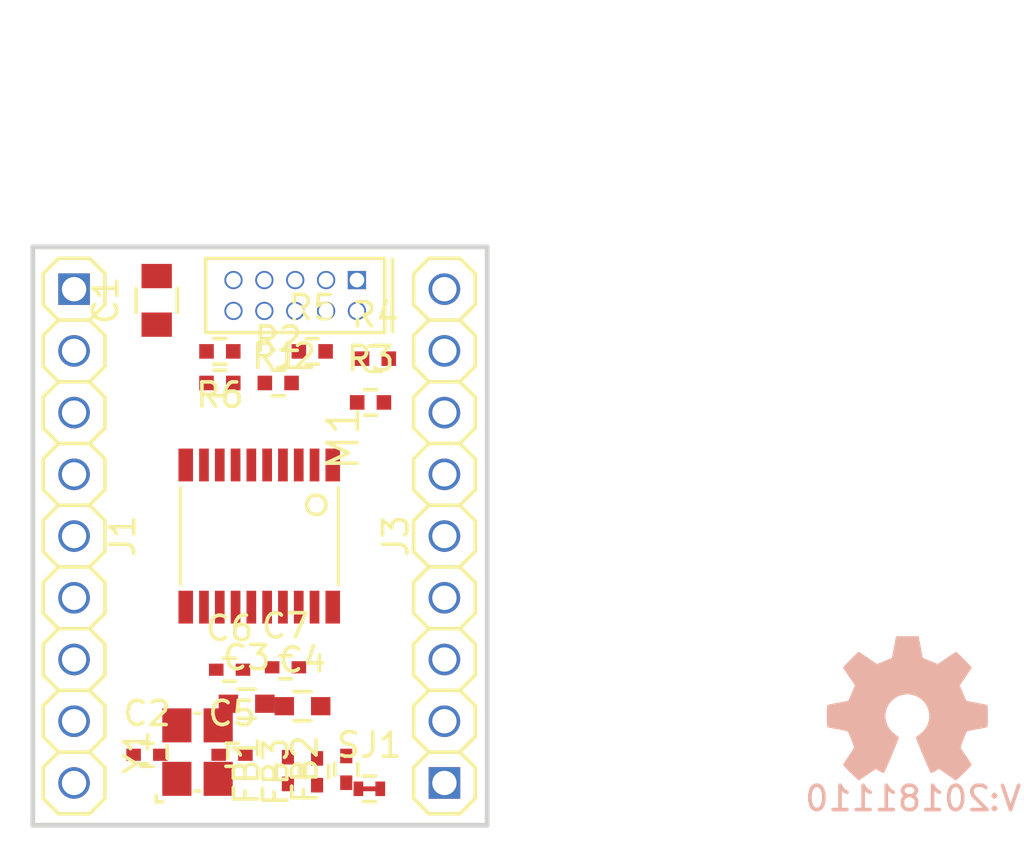
<source format=kicad_pcb>
(kicad_pcb (version 20171130) (host pcbnew 5.0.1-33cea8e~68~ubuntu18.04.1)

  (general
    (thickness 1.6)
    (drawings 5)
    (tracks 0)
    (zones 0)
    (modules 24)
    (nets 26)
  )

  (page A4)
  (layers
    (0 F.Cu signal)
    (31 B.Cu signal)
    (32 B.Adhes user)
    (33 F.Adhes user)
    (34 B.Paste user)
    (35 F.Paste user)
    (36 B.SilkS user)
    (37 F.SilkS user)
    (38 B.Mask user)
    (39 F.Mask user)
    (40 Dwgs.User user)
    (41 Cmts.User user)
    (42 Eco1.User user)
    (43 Eco2.User user)
    (44 Edge.Cuts user)
    (45 Margin user)
    (46 B.CrtYd user)
    (47 F.CrtYd user)
    (48 B.Fab user)
    (49 F.Fab user)
  )

  (setup
    (last_trace_width 0.1524)
    (user_trace_width 0.1524)
    (user_trace_width 0.2)
    (user_trace_width 0.3)
    (user_trace_width 0.4)
    (user_trace_width 0.6)
    (user_trace_width 1)
    (user_trace_width 1.5)
    (user_trace_width 2)
    (trace_clearance 0.1524)
    (zone_clearance 0.508)
    (zone_45_only no)
    (trace_min 0.1524)
    (segment_width 0.2)
    (edge_width 0.15)
    (via_size 0.381)
    (via_drill 0.254)
    (via_min_size 0.381)
    (via_min_drill 0.254)
    (user_via 0.381 0.254)
    (user_via 0.55 0.4)
    (user_via 0.75 0.6)
    (user_via 0.95 0.8)
    (user_via 1.3 1)
    (user_via 1.5 1.2)
    (user_via 1.7 1.4)
    (user_via 1.9 1.6)
    (uvia_size 0.381)
    (uvia_drill 0.254)
    (uvias_allowed no)
    (uvia_min_size 0.381)
    (uvia_min_drill 0.254)
    (pcb_text_width 0.3)
    (pcb_text_size 1.5 1.5)
    (mod_edge_width 0.15)
    (mod_text_size 1 1)
    (mod_text_width 0.15)
    (pad_size 1.524 1.524)
    (pad_drill 0.762)
    (pad_to_mask_clearance 0.2)
    (solder_mask_min_width 0.25)
    (aux_axis_origin 0 0)
    (visible_elements FFFFFF7F)
    (pcbplotparams
      (layerselection 0x00030_80000001)
      (usegerberextensions false)
      (usegerberattributes false)
      (usegerberadvancedattributes false)
      (creategerberjobfile false)
      (excludeedgelayer true)
      (linewidth 0.100000)
      (plotframeref false)
      (viasonmask false)
      (mode 1)
      (useauxorigin false)
      (hpglpennumber 1)
      (hpglpenspeed 20)
      (hpglpendiameter 15.000000)
      (psnegative false)
      (psa4output false)
      (plotreference true)
      (plotvalue true)
      (plotinvisibletext false)
      (padsonsilk false)
      (subtractmaskfromsilk false)
      (outputformat 1)
      (mirror false)
      (drillshape 1)
      (scaleselection 1)
      (outputdirectory ""))
  )

  (net 0 "")
  (net 1 VSS)
  (net 2 VDD)
  (net 3 /PIO0_9)
  (net 4 "Net-(C3-Pad1)")
  (net 5 "Net-(C4-Pad2)")
  (net 6 "Net-(C4-Pad1)")
  (net 7 /PIO0_8)
  (net 8 "Net-(FB1-Pad2)")
  (net 9 /PIO0_4)
  (net 10 /PIO0_3)
  (net 11 /PIO0_2)
  (net 12 /PIO0_11)
  (net 13 /PIO0_10)
  (net 14 /PIO0_15)
  (net 15 /PIO0_1)
  (net 16 "Net-(J2-Pad2)")
  (net 17 "Net-(J2-Pad4)")
  (net 18 "Net-(J2-Pad10)")
  (net 19 /RESET)
  (net 20 /PIO0_12)
  (net 21 /PIO0_13)
  (net 22 /PIO0_17)
  (net 23 /PIO0_23)
  (net 24 /PIO0_14)
  (net 25 /PIO0_0)

  (net_class Default "This is the default net class."
    (clearance 0.1524)
    (trace_width 0.1524)
    (via_dia 0.381)
    (via_drill 0.254)
    (uvia_dia 0.381)
    (uvia_drill 0.254)
    (add_net /PIO0_0)
    (add_net /PIO0_1)
    (add_net /PIO0_10)
    (add_net /PIO0_11)
    (add_net /PIO0_12)
    (add_net /PIO0_13)
    (add_net /PIO0_14)
    (add_net /PIO0_15)
    (add_net /PIO0_17)
    (add_net /PIO0_2)
    (add_net /PIO0_23)
    (add_net /PIO0_3)
    (add_net /PIO0_4)
    (add_net /PIO0_8)
    (add_net /PIO0_9)
    (add_net /RESET)
    (add_net "Net-(C3-Pad1)")
    (add_net "Net-(C4-Pad1)")
    (add_net "Net-(C4-Pad2)")
    (add_net "Net-(FB1-Pad2)")
    (add_net "Net-(J2-Pad10)")
    (add_net "Net-(J2-Pad2)")
    (add_net "Net-(J2-Pad4)")
    (add_net VDD)
    (add_net VSS)
  )

  (module Symbols:OSHW-Symbol_6.7x6mm_SilkScreen (layer B.Cu) (tedit 0) (tstamp 5A135134)
    (at 161.3 108.7 180)
    (descr "Open Source Hardware Symbol")
    (tags "Logo Symbol OSHW")
    (path /5BDF5DC8)
    (attr virtual)
    (fp_text reference N1 (at 0 0 180) (layer B.SilkS) hide
      (effects (font (size 1 1) (thickness 0.15)) (justify mirror))
    )
    (fp_text value OHWLOGO (at 0.75 0 180) (layer B.Fab) hide
      (effects (font (size 1 1) (thickness 0.15)) (justify mirror))
    )
    (fp_poly (pts (xy 0.555814 2.531069) (xy 0.639635 2.086445) (xy 0.94892 1.958947) (xy 1.258206 1.831449)
      (xy 1.629246 2.083754) (xy 1.733157 2.154004) (xy 1.827087 2.216728) (xy 1.906652 2.269062)
      (xy 1.96747 2.308143) (xy 2.005157 2.331107) (xy 2.015421 2.336058) (xy 2.03391 2.323324)
      (xy 2.07342 2.288118) (xy 2.129522 2.234938) (xy 2.197787 2.168282) (xy 2.273786 2.092646)
      (xy 2.353092 2.012528) (xy 2.431275 1.932426) (xy 2.503907 1.856836) (xy 2.566559 1.790255)
      (xy 2.614803 1.737182) (xy 2.64421 1.702113) (xy 2.651241 1.690377) (xy 2.641123 1.66874)
      (xy 2.612759 1.621338) (xy 2.569129 1.552807) (xy 2.513218 1.467785) (xy 2.448006 1.370907)
      (xy 2.410219 1.31565) (xy 2.341343 1.214752) (xy 2.28014 1.123701) (xy 2.229578 1.04703)
      (xy 2.192628 0.989272) (xy 2.172258 0.954957) (xy 2.169197 0.947746) (xy 2.176136 0.927252)
      (xy 2.195051 0.879487) (xy 2.223087 0.811168) (xy 2.257391 0.729011) (xy 2.295109 0.63973)
      (xy 2.333387 0.550042) (xy 2.36937 0.466662) (xy 2.400206 0.396306) (xy 2.423039 0.34569)
      (xy 2.435017 0.321529) (xy 2.435724 0.320578) (xy 2.454531 0.315964) (xy 2.504618 0.305672)
      (xy 2.580793 0.290713) (xy 2.677865 0.272099) (xy 2.790643 0.250841) (xy 2.856442 0.238582)
      (xy 2.97695 0.215638) (xy 3.085797 0.193805) (xy 3.177476 0.174278) (xy 3.246481 0.158252)
      (xy 3.287304 0.146921) (xy 3.295511 0.143326) (xy 3.303548 0.118994) (xy 3.310033 0.064041)
      (xy 3.31497 -0.015108) (xy 3.318364 -0.112026) (xy 3.320218 -0.220287) (xy 3.320538 -0.333465)
      (xy 3.319327 -0.445135) (xy 3.31659 -0.548868) (xy 3.312331 -0.638241) (xy 3.306555 -0.706826)
      (xy 3.299267 -0.748197) (xy 3.294895 -0.75681) (xy 3.268764 -0.767133) (xy 3.213393 -0.781892)
      (xy 3.136107 -0.799352) (xy 3.04423 -0.81778) (xy 3.012158 -0.823741) (xy 2.857524 -0.852066)
      (xy 2.735375 -0.874876) (xy 2.641673 -0.89308) (xy 2.572384 -0.907583) (xy 2.523471 -0.919292)
      (xy 2.490897 -0.929115) (xy 2.470628 -0.937956) (xy 2.458626 -0.946724) (xy 2.456947 -0.948457)
      (xy 2.440184 -0.976371) (xy 2.414614 -1.030695) (xy 2.382788 -1.104777) (xy 2.34726 -1.191965)
      (xy 2.310583 -1.285608) (xy 2.275311 -1.379052) (xy 2.243996 -1.465647) (xy 2.219193 -1.53874)
      (xy 2.203454 -1.591678) (xy 2.199332 -1.617811) (xy 2.199676 -1.618726) (xy 2.213641 -1.640086)
      (xy 2.245322 -1.687084) (xy 2.291391 -1.754827) (xy 2.348518 -1.838423) (xy 2.413373 -1.932982)
      (xy 2.431843 -1.959854) (xy 2.497699 -2.057275) (xy 2.55565 -2.146163) (xy 2.602538 -2.221412)
      (xy 2.635207 -2.27792) (xy 2.6505 -2.310581) (xy 2.651241 -2.314593) (xy 2.638392 -2.335684)
      (xy 2.602888 -2.377464) (xy 2.549293 -2.435445) (xy 2.482171 -2.505135) (xy 2.406087 -2.582045)
      (xy 2.325604 -2.661683) (xy 2.245287 -2.739561) (xy 2.169699 -2.811186) (xy 2.103405 -2.87207)
      (xy 2.050969 -2.917721) (xy 2.016955 -2.94365) (xy 2.007545 -2.947883) (xy 1.985643 -2.937912)
      (xy 1.9408 -2.91102) (xy 1.880321 -2.871736) (xy 1.833789 -2.840117) (xy 1.749475 -2.782098)
      (xy 1.649626 -2.713784) (xy 1.549473 -2.645579) (xy 1.495627 -2.609075) (xy 1.313371 -2.4858)
      (xy 1.160381 -2.56852) (xy 1.090682 -2.604759) (xy 1.031414 -2.632926) (xy 0.991311 -2.648991)
      (xy 0.981103 -2.651226) (xy 0.968829 -2.634722) (xy 0.944613 -2.588082) (xy 0.910263 -2.515609)
      (xy 0.867588 -2.421606) (xy 0.818394 -2.310374) (xy 0.76449 -2.186215) (xy 0.707684 -2.053432)
      (xy 0.649782 -1.916327) (xy 0.592593 -1.779202) (xy 0.537924 -1.646358) (xy 0.487584 -1.522098)
      (xy 0.44338 -1.410725) (xy 0.407119 -1.316539) (xy 0.380609 -1.243844) (xy 0.365658 -1.196941)
      (xy 0.363254 -1.180833) (xy 0.382311 -1.160286) (xy 0.424036 -1.126933) (xy 0.479706 -1.087702)
      (xy 0.484378 -1.084599) (xy 0.628264 -0.969423) (xy 0.744283 -0.835053) (xy 0.83143 -0.685784)
      (xy 0.888699 -0.525913) (xy 0.915086 -0.359737) (xy 0.909585 -0.191552) (xy 0.87119 -0.025655)
      (xy 0.798895 0.133658) (xy 0.777626 0.168513) (xy 0.666996 0.309263) (xy 0.536302 0.422286)
      (xy 0.390064 0.506997) (xy 0.232808 0.562806) (xy 0.069057 0.589126) (xy -0.096667 0.58537)
      (xy -0.259838 0.55095) (xy -0.415935 0.485277) (xy -0.560433 0.387765) (xy -0.605131 0.348187)
      (xy -0.718888 0.224297) (xy -0.801782 0.093876) (xy -0.858644 -0.052315) (xy -0.890313 -0.197088)
      (xy -0.898131 -0.35986) (xy -0.872062 -0.52344) (xy -0.814755 -0.682298) (xy -0.728856 -0.830906)
      (xy -0.617014 -0.963735) (xy -0.481877 -1.075256) (xy -0.464117 -1.087011) (xy -0.40785 -1.125508)
      (xy -0.365077 -1.158863) (xy -0.344628 -1.18016) (xy -0.344331 -1.180833) (xy -0.348721 -1.203871)
      (xy -0.366124 -1.256157) (xy -0.394732 -1.33339) (xy -0.432735 -1.431268) (xy -0.478326 -1.545491)
      (xy -0.529697 -1.671758) (xy -0.585038 -1.805767) (xy -0.642542 -1.943218) (xy -0.700399 -2.079808)
      (xy -0.756802 -2.211237) (xy -0.809942 -2.333205) (xy -0.85801 -2.441409) (xy -0.899199 -2.531549)
      (xy -0.931699 -2.599323) (xy -0.953703 -2.64043) (xy -0.962564 -2.651226) (xy -0.98964 -2.642819)
      (xy -1.040303 -2.620272) (xy -1.105817 -2.587613) (xy -1.141841 -2.56852) (xy -1.294832 -2.4858)
      (xy -1.477088 -2.609075) (xy -1.570125 -2.672228) (xy -1.671985 -2.741727) (xy -1.767438 -2.807165)
      (xy -1.81525 -2.840117) (xy -1.882495 -2.885273) (xy -1.939436 -2.921057) (xy -1.978646 -2.942938)
      (xy -1.991381 -2.947563) (xy -2.009917 -2.935085) (xy -2.050941 -2.900252) (xy -2.110475 -2.846678)
      (xy -2.184542 -2.777983) (xy -2.269165 -2.697781) (xy -2.322685 -2.646286) (xy -2.416319 -2.554286)
      (xy -2.497241 -2.471999) (xy -2.562177 -2.402945) (xy -2.607858 -2.350644) (xy -2.631011 -2.318616)
      (xy -2.633232 -2.312116) (xy -2.622924 -2.287394) (xy -2.594439 -2.237405) (xy -2.550937 -2.167212)
      (xy -2.495577 -2.081875) (xy -2.43152 -1.986456) (xy -2.413303 -1.959854) (xy -2.346927 -1.863167)
      (xy -2.287378 -1.776117) (xy -2.237984 -1.703595) (xy -2.202075 -1.650493) (xy -2.182981 -1.621703)
      (xy -2.181136 -1.618726) (xy -2.183895 -1.595782) (xy -2.198538 -1.545336) (xy -2.222513 -1.474041)
      (xy -2.253266 -1.388547) (xy -2.288244 -1.295507) (xy -2.324893 -1.201574) (xy -2.360661 -1.113399)
      (xy -2.392994 -1.037634) (xy -2.419338 -0.980931) (xy -2.437142 -0.949943) (xy -2.438407 -0.948457)
      (xy -2.449294 -0.939601) (xy -2.467682 -0.930843) (xy -2.497606 -0.921277) (xy -2.543103 -0.909996)
      (xy -2.608209 -0.896093) (xy -2.696961 -0.878663) (xy -2.813393 -0.856798) (xy -2.961542 -0.829591)
      (xy -2.993618 -0.823741) (xy -3.088686 -0.805374) (xy -3.171565 -0.787405) (xy -3.23493 -0.771569)
      (xy -3.271458 -0.7596) (xy -3.276356 -0.75681) (xy -3.284427 -0.732072) (xy -3.290987 -0.67679)
      (xy -3.296033 -0.597389) (xy -3.299559 -0.500296) (xy -3.301561 -0.391938) (xy -3.302036 -0.27874)
      (xy -3.300977 -0.167128) (xy -3.298382 -0.063529) (xy -3.294246 0.025632) (xy -3.288563 0.093928)
      (xy -3.281331 0.134934) (xy -3.276971 0.143326) (xy -3.252698 0.151792) (xy -3.197426 0.165565)
      (xy -3.116662 0.18345) (xy -3.015912 0.204252) (xy -2.900683 0.226777) (xy -2.837902 0.238582)
      (xy -2.718787 0.260849) (xy -2.612565 0.281021) (xy -2.524427 0.298085) (xy -2.459566 0.311031)
      (xy -2.423174 0.318845) (xy -2.417184 0.320578) (xy -2.407061 0.34011) (xy -2.385662 0.387157)
      (xy -2.355839 0.454997) (xy -2.320445 0.536909) (xy -2.282332 0.626172) (xy -2.244353 0.716065)
      (xy -2.20936 0.799865) (xy -2.180206 0.870853) (xy -2.159743 0.922306) (xy -2.150823 0.947503)
      (xy -2.150657 0.948604) (xy -2.160769 0.968481) (xy -2.189117 1.014223) (xy -2.232723 1.081283)
      (xy -2.288606 1.165116) (xy -2.353787 1.261174) (xy -2.391679 1.31635) (xy -2.460725 1.417519)
      (xy -2.52205 1.50937) (xy -2.572663 1.587256) (xy -2.609571 1.646531) (xy -2.629782 1.682549)
      (xy -2.632701 1.690623) (xy -2.620153 1.709416) (xy -2.585463 1.749543) (xy -2.533063 1.806507)
      (xy -2.467384 1.875815) (xy -2.392856 1.952969) (xy -2.313913 2.033475) (xy -2.234983 2.112837)
      (xy -2.1605 2.18656) (xy -2.094894 2.250148) (xy -2.042596 2.299106) (xy -2.008039 2.328939)
      (xy -1.996478 2.336058) (xy -1.977654 2.326047) (xy -1.932631 2.297922) (xy -1.865787 2.254546)
      (xy -1.781499 2.198782) (xy -1.684144 2.133494) (xy -1.610707 2.083754) (xy -1.239667 1.831449)
      (xy -0.621095 2.086445) (xy -0.537275 2.531069) (xy -0.453454 2.975693) (xy 0.471994 2.975693)
      (xy 0.555814 2.531069)) (layer B.SilkS) (width 0.01))
  )

  (module SquantorLabels:Label_version (layer B.Cu) (tedit 5B5A1E49) (tstamp 5B96DD88)
    (at 161.3 112.3)
    (path /5BDF5DC7)
    (fp_text reference N2 (at 0 -1.4) (layer B.Fab) hide
      (effects (font (size 1 1) (thickness 0.15)) (justify mirror))
    )
    (fp_text value 20181110 (at -0.4 0.1) (layer B.SilkS)
      (effects (font (size 1 1) (thickness 0.15)) (justify mirror))
    )
    (fp_text user V: (at 4 0.1) (layer B.SilkS)
      (effects (font (size 1 1) (thickness 0.15)) (justify mirror))
    )
  )

  (module SquantorRcl:C_0805 (layer F.Cu) (tedit 5415D6EA) (tstamp 5BFAE299)
    (at 130.4 91.9 90)
    (descr "Capacitor SMD 0805, reflow soldering, AVX (see smccp.pdf)")
    (tags "capacitor 0805")
    (path /5BD6A440)
    (attr smd)
    (fp_text reference C1 (at 0 -2.1 90) (layer F.SilkS)
      (effects (font (size 1 1) (thickness 0.15)))
    )
    (fp_text value 10u (at 0 2.1 90) (layer F.Fab)
      (effects (font (size 1 1) (thickness 0.15)))
    )
    (fp_line (start -1 0.625) (end -1 -0.625) (layer F.Fab) (width 0.15))
    (fp_line (start 1 0.625) (end -1 0.625) (layer F.Fab) (width 0.15))
    (fp_line (start 1 -0.625) (end 1 0.625) (layer F.Fab) (width 0.15))
    (fp_line (start -1 -0.625) (end 1 -0.625) (layer F.Fab) (width 0.15))
    (fp_line (start -1.8 -1) (end 1.8 -1) (layer F.CrtYd) (width 0.05))
    (fp_line (start -1.8 1) (end 1.8 1) (layer F.CrtYd) (width 0.05))
    (fp_line (start -1.8 -1) (end -1.8 1) (layer F.CrtYd) (width 0.05))
    (fp_line (start 1.8 -1) (end 1.8 1) (layer F.CrtYd) (width 0.05))
    (fp_line (start 0.5 -0.85) (end -0.5 -0.85) (layer F.SilkS) (width 0.15))
    (fp_line (start -0.5 0.85) (end 0.5 0.85) (layer F.SilkS) (width 0.15))
    (pad 1 smd rect (at -1 0 90) (size 1 1.25) (layers F.Cu F.Paste F.Mask)
      (net 1 VSS))
    (pad 2 smd rect (at 1 0 90) (size 1 1.25) (layers F.Cu F.Paste F.Mask)
      (net 2 VDD))
    (model Capacitors_SMD.3dshapes/C_0805.wrl
      (at (xyz 0 0 0))
      (scale (xyz 1 1 1))
      (rotate (xyz 0 0 0))
    )
  )

  (module SquantorRcl:C_0402 (layer F.Cu) (tedit 58D18F8A) (tstamp 5BFAE2A9)
    (at 130 110.6)
    (descr "Capacitor SMD 0402, reflow soldering, AVX (see smccp.pdf)")
    (tags "capacitor 0402")
    (path /5BE10822)
    (attr smd)
    (fp_text reference C2 (at 0 -1.7) (layer F.SilkS)
      (effects (font (size 1 1) (thickness 0.15)))
    )
    (fp_text value 18p (at 0 1.7) (layer F.Fab)
      (effects (font (size 1 1) (thickness 0.15)))
    )
    (fp_line (start -0.25 0.475) (end 0.25 0.475) (layer F.SilkS) (width 0.15))
    (fp_line (start 0.25 -0.475) (end -0.25 -0.475) (layer F.SilkS) (width 0.15))
    (fp_line (start 1.15 -0.6) (end 1.15 0.6) (layer F.CrtYd) (width 0.05))
    (fp_line (start -1.15 -0.6) (end -1.15 0.6) (layer F.CrtYd) (width 0.05))
    (fp_line (start -1.15 0.6) (end 1.15 0.6) (layer F.CrtYd) (width 0.05))
    (fp_line (start -1.15 -0.6) (end 1.15 -0.6) (layer F.CrtYd) (width 0.05))
    (fp_line (start -0.5 -0.25) (end 0.5 -0.25) (layer F.Fab) (width 0.15))
    (fp_line (start 0.5 -0.25) (end 0.5 0.25) (layer F.Fab) (width 0.15))
    (fp_line (start 0.5 0.25) (end -0.5 0.25) (layer F.Fab) (width 0.15))
    (fp_line (start -0.5 0.25) (end -0.5 -0.25) (layer F.Fab) (width 0.15))
    (pad 2 smd rect (at 0.55 0) (size 0.6 0.5) (layers F.Cu F.Paste F.Mask)
      (net 1 VSS) (solder_mask_margin 0.1))
    (pad 1 smd rect (at -0.55 0) (size 0.6 0.5) (layers F.Cu F.Paste F.Mask)
      (net 3 /PIO0_9) (solder_mask_margin 0.1))
    (model Capacitors_SMD.3dshapes/C_0402.wrl
      (at (xyz 0 0 0))
      (scale (xyz 1 1 1))
      (rotate (xyz 0 0 0))
    )
  )

  (module SquantorRcl:C_0603 (layer F.Cu) (tedit 5415D631) (tstamp 5BFAE2B9)
    (at 134.1 108.5)
    (descr "Capacitor SMD 0603, reflow soldering, AVX (see smccp.pdf)")
    (tags "capacitor 0603")
    (path /5BD2CE41)
    (attr smd)
    (fp_text reference C3 (at 0 -1.9) (layer F.SilkS)
      (effects (font (size 1 1) (thickness 0.15)))
    )
    (fp_text value 1u (at 0 1.9) (layer F.Fab)
      (effects (font (size 1 1) (thickness 0.15)))
    )
    (fp_line (start -0.8 0.4) (end -0.8 -0.4) (layer F.Fab) (width 0.15))
    (fp_line (start 0.8 0.4) (end -0.8 0.4) (layer F.Fab) (width 0.15))
    (fp_line (start 0.8 -0.4) (end 0.8 0.4) (layer F.Fab) (width 0.15))
    (fp_line (start -0.8 -0.4) (end 0.8 -0.4) (layer F.Fab) (width 0.15))
    (fp_line (start -1.45 -0.75) (end 1.45 -0.75) (layer F.CrtYd) (width 0.05))
    (fp_line (start -1.45 0.75) (end 1.45 0.75) (layer F.CrtYd) (width 0.05))
    (fp_line (start -1.45 -0.75) (end -1.45 0.75) (layer F.CrtYd) (width 0.05))
    (fp_line (start 1.45 -0.75) (end 1.45 0.75) (layer F.CrtYd) (width 0.05))
    (fp_line (start -0.35 -0.6) (end 0.35 -0.6) (layer F.SilkS) (width 0.15))
    (fp_line (start 0.35 0.6) (end -0.35 0.6) (layer F.SilkS) (width 0.15))
    (pad 1 smd rect (at -0.75 0) (size 0.8 0.75) (layers F.Cu F.Paste F.Mask)
      (net 4 "Net-(C3-Pad1)"))
    (pad 2 smd rect (at 0.75 0) (size 0.8 0.75) (layers F.Cu F.Paste F.Mask)
      (net 1 VSS))
    (model Capacitors_SMD.3dshapes/C_0603.wrl
      (at (xyz 0 0 0))
      (scale (xyz 1 1 1))
      (rotate (xyz 0 0 0))
    )
  )

  (module SquantorRcl:C_0603 (layer F.Cu) (tedit 5415D631) (tstamp 5BFAE2C9)
    (at 136.4 108.6)
    (descr "Capacitor SMD 0603, reflow soldering, AVX (see smccp.pdf)")
    (tags "capacitor 0603")
    (path /5BD2C956)
    (attr smd)
    (fp_text reference C4 (at 0 -1.9) (layer F.SilkS)
      (effects (font (size 1 1) (thickness 0.15)))
    )
    (fp_text value 1u (at 0 1.9) (layer F.Fab)
      (effects (font (size 1 1) (thickness 0.15)))
    )
    (fp_line (start 0.35 0.6) (end -0.35 0.6) (layer F.SilkS) (width 0.15))
    (fp_line (start -0.35 -0.6) (end 0.35 -0.6) (layer F.SilkS) (width 0.15))
    (fp_line (start 1.45 -0.75) (end 1.45 0.75) (layer F.CrtYd) (width 0.05))
    (fp_line (start -1.45 -0.75) (end -1.45 0.75) (layer F.CrtYd) (width 0.05))
    (fp_line (start -1.45 0.75) (end 1.45 0.75) (layer F.CrtYd) (width 0.05))
    (fp_line (start -1.45 -0.75) (end 1.45 -0.75) (layer F.CrtYd) (width 0.05))
    (fp_line (start -0.8 -0.4) (end 0.8 -0.4) (layer F.Fab) (width 0.15))
    (fp_line (start 0.8 -0.4) (end 0.8 0.4) (layer F.Fab) (width 0.15))
    (fp_line (start 0.8 0.4) (end -0.8 0.4) (layer F.Fab) (width 0.15))
    (fp_line (start -0.8 0.4) (end -0.8 -0.4) (layer F.Fab) (width 0.15))
    (pad 2 smd rect (at 0.75 0) (size 0.8 0.75) (layers F.Cu F.Paste F.Mask)
      (net 5 "Net-(C4-Pad2)"))
    (pad 1 smd rect (at -0.75 0) (size 0.8 0.75) (layers F.Cu F.Paste F.Mask)
      (net 6 "Net-(C4-Pad1)"))
    (model Capacitors_SMD.3dshapes/C_0603.wrl
      (at (xyz 0 0 0))
      (scale (xyz 1 1 1))
      (rotate (xyz 0 0 0))
    )
  )

  (module SquantorRcl:C_0402 (layer F.Cu) (tedit 58D18F8A) (tstamp 5BFAE2D9)
    (at 133.5 110.6)
    (descr "Capacitor SMD 0402, reflow soldering, AVX (see smccp.pdf)")
    (tags "capacitor 0402")
    (path /5BE10538)
    (attr smd)
    (fp_text reference C5 (at 0 -1.7) (layer F.SilkS)
      (effects (font (size 1 1) (thickness 0.15)))
    )
    (fp_text value 18p (at 0 1.7) (layer F.Fab)
      (effects (font (size 1 1) (thickness 0.15)))
    )
    (fp_line (start -0.5 0.25) (end -0.5 -0.25) (layer F.Fab) (width 0.15))
    (fp_line (start 0.5 0.25) (end -0.5 0.25) (layer F.Fab) (width 0.15))
    (fp_line (start 0.5 -0.25) (end 0.5 0.25) (layer F.Fab) (width 0.15))
    (fp_line (start -0.5 -0.25) (end 0.5 -0.25) (layer F.Fab) (width 0.15))
    (fp_line (start -1.15 -0.6) (end 1.15 -0.6) (layer F.CrtYd) (width 0.05))
    (fp_line (start -1.15 0.6) (end 1.15 0.6) (layer F.CrtYd) (width 0.05))
    (fp_line (start -1.15 -0.6) (end -1.15 0.6) (layer F.CrtYd) (width 0.05))
    (fp_line (start 1.15 -0.6) (end 1.15 0.6) (layer F.CrtYd) (width 0.05))
    (fp_line (start 0.25 -0.475) (end -0.25 -0.475) (layer F.SilkS) (width 0.15))
    (fp_line (start -0.25 0.475) (end 0.25 0.475) (layer F.SilkS) (width 0.15))
    (pad 1 smd rect (at -0.55 0) (size 0.6 0.5) (layers F.Cu F.Paste F.Mask)
      (net 7 /PIO0_8) (solder_mask_margin 0.1))
    (pad 2 smd rect (at 0.55 0) (size 0.6 0.5) (layers F.Cu F.Paste F.Mask)
      (net 1 VSS) (solder_mask_margin 0.1))
    (model Capacitors_SMD.3dshapes/C_0402.wrl
      (at (xyz 0 0 0))
      (scale (xyz 1 1 1))
      (rotate (xyz 0 0 0))
    )
  )

  (module SquantorRcl:C_0402 (layer F.Cu) (tedit 58D18F8A) (tstamp 5BFAE2E9)
    (at 133.4 107.1)
    (descr "Capacitor SMD 0402, reflow soldering, AVX (see smccp.pdf)")
    (tags "capacitor 0402")
    (path /5BD2CE0D)
    (attr smd)
    (fp_text reference C6 (at 0 -1.7) (layer F.SilkS)
      (effects (font (size 1 1) (thickness 0.15)))
    )
    (fp_text value 100n (at 0 1.7) (layer F.Fab)
      (effects (font (size 1 1) (thickness 0.15)))
    )
    (fp_line (start -0.25 0.475) (end 0.25 0.475) (layer F.SilkS) (width 0.15))
    (fp_line (start 0.25 -0.475) (end -0.25 -0.475) (layer F.SilkS) (width 0.15))
    (fp_line (start 1.15 -0.6) (end 1.15 0.6) (layer F.CrtYd) (width 0.05))
    (fp_line (start -1.15 -0.6) (end -1.15 0.6) (layer F.CrtYd) (width 0.05))
    (fp_line (start -1.15 0.6) (end 1.15 0.6) (layer F.CrtYd) (width 0.05))
    (fp_line (start -1.15 -0.6) (end 1.15 -0.6) (layer F.CrtYd) (width 0.05))
    (fp_line (start -0.5 -0.25) (end 0.5 -0.25) (layer F.Fab) (width 0.15))
    (fp_line (start 0.5 -0.25) (end 0.5 0.25) (layer F.Fab) (width 0.15))
    (fp_line (start 0.5 0.25) (end -0.5 0.25) (layer F.Fab) (width 0.15))
    (fp_line (start -0.5 0.25) (end -0.5 -0.25) (layer F.Fab) (width 0.15))
    (pad 2 smd rect (at 0.55 0) (size 0.6 0.5) (layers F.Cu F.Paste F.Mask)
      (net 1 VSS) (solder_mask_margin 0.1))
    (pad 1 smd rect (at -0.55 0) (size 0.6 0.5) (layers F.Cu F.Paste F.Mask)
      (net 4 "Net-(C3-Pad1)") (solder_mask_margin 0.1))
    (model Capacitors_SMD.3dshapes/C_0402.wrl
      (at (xyz 0 0 0))
      (scale (xyz 1 1 1))
      (rotate (xyz 0 0 0))
    )
  )

  (module SquantorRcl:C_0402 (layer F.Cu) (tedit 58D18F8A) (tstamp 5BFAE2F9)
    (at 135.7 107)
    (descr "Capacitor SMD 0402, reflow soldering, AVX (see smccp.pdf)")
    (tags "capacitor 0402")
    (path /5BD2C78F)
    (attr smd)
    (fp_text reference C7 (at 0 -1.7) (layer F.SilkS)
      (effects (font (size 1 1) (thickness 0.15)))
    )
    (fp_text value 100n (at 0 1.7) (layer F.Fab)
      (effects (font (size 1 1) (thickness 0.15)))
    )
    (fp_line (start -0.5 0.25) (end -0.5 -0.25) (layer F.Fab) (width 0.15))
    (fp_line (start 0.5 0.25) (end -0.5 0.25) (layer F.Fab) (width 0.15))
    (fp_line (start 0.5 -0.25) (end 0.5 0.25) (layer F.Fab) (width 0.15))
    (fp_line (start -0.5 -0.25) (end 0.5 -0.25) (layer F.Fab) (width 0.15))
    (fp_line (start -1.15 -0.6) (end 1.15 -0.6) (layer F.CrtYd) (width 0.05))
    (fp_line (start -1.15 0.6) (end 1.15 0.6) (layer F.CrtYd) (width 0.05))
    (fp_line (start -1.15 -0.6) (end -1.15 0.6) (layer F.CrtYd) (width 0.05))
    (fp_line (start 1.15 -0.6) (end 1.15 0.6) (layer F.CrtYd) (width 0.05))
    (fp_line (start 0.25 -0.475) (end -0.25 -0.475) (layer F.SilkS) (width 0.15))
    (fp_line (start -0.25 0.475) (end 0.25 0.475) (layer F.SilkS) (width 0.15))
    (pad 1 smd rect (at -0.55 0) (size 0.6 0.5) (layers F.Cu F.Paste F.Mask)
      (net 6 "Net-(C4-Pad1)") (solder_mask_margin 0.1))
    (pad 2 smd rect (at 0.55 0) (size 0.6 0.5) (layers F.Cu F.Paste F.Mask)
      (net 5 "Net-(C4-Pad2)") (solder_mask_margin 0.1))
    (model Capacitors_SMD.3dshapes/C_0402.wrl
      (at (xyz 0 0 0))
      (scale (xyz 1 1 1))
      (rotate (xyz 0 0 0))
    )
  )

  (module SquantorRcl:C_0402 (layer F.Cu) (tedit 58D18F8A) (tstamp 5BFAE309)
    (at 135.8 111.25 90)
    (descr "Capacitor SMD 0402, reflow soldering, AVX (see smccp.pdf)")
    (tags "capacitor 0402")
    (path /5BD2CE7B)
    (attr smd)
    (fp_text reference FB1 (at 0 -1.7 90) (layer F.SilkS)
      (effects (font (size 1 1) (thickness 0.15)))
    )
    (fp_text value FB (at 0 1.7 90) (layer F.Fab)
      (effects (font (size 1 1) (thickness 0.15)))
    )
    (fp_line (start -0.5 0.25) (end -0.5 -0.25) (layer F.Fab) (width 0.15))
    (fp_line (start 0.5 0.25) (end -0.5 0.25) (layer F.Fab) (width 0.15))
    (fp_line (start 0.5 -0.25) (end 0.5 0.25) (layer F.Fab) (width 0.15))
    (fp_line (start -0.5 -0.25) (end 0.5 -0.25) (layer F.Fab) (width 0.15))
    (fp_line (start -1.15 -0.6) (end 1.15 -0.6) (layer F.CrtYd) (width 0.05))
    (fp_line (start -1.15 0.6) (end 1.15 0.6) (layer F.CrtYd) (width 0.05))
    (fp_line (start -1.15 -0.6) (end -1.15 0.6) (layer F.CrtYd) (width 0.05))
    (fp_line (start 1.15 -0.6) (end 1.15 0.6) (layer F.CrtYd) (width 0.05))
    (fp_line (start 0.25 -0.475) (end -0.25 -0.475) (layer F.SilkS) (width 0.15))
    (fp_line (start -0.25 0.475) (end 0.25 0.475) (layer F.SilkS) (width 0.15))
    (pad 1 smd rect (at -0.55 0 90) (size 0.6 0.5) (layers F.Cu F.Paste F.Mask)
      (net 4 "Net-(C3-Pad1)") (solder_mask_margin 0.1))
    (pad 2 smd rect (at 0.55 0 90) (size 0.6 0.5) (layers F.Cu F.Paste F.Mask)
      (net 8 "Net-(FB1-Pad2)") (solder_mask_margin 0.1))
    (model Capacitors_SMD.3dshapes/C_0402.wrl
      (at (xyz 0 0 0))
      (scale (xyz 1 1 1))
      (rotate (xyz 0 0 0))
    )
  )

  (module SquantorRcl:C_0402 (layer F.Cu) (tedit 58D18F8A) (tstamp 5BFAE319)
    (at 138.2 111.2 90)
    (descr "Capacitor SMD 0402, reflow soldering, AVX (see smccp.pdf)")
    (tags "capacitor 0402")
    (path /5BD2CA8D)
    (attr smd)
    (fp_text reference FB2 (at 0 -1.7 90) (layer F.SilkS)
      (effects (font (size 1 1) (thickness 0.15)))
    )
    (fp_text value FB (at 0 1.7 90) (layer F.Fab)
      (effects (font (size 1 1) (thickness 0.15)))
    )
    (fp_line (start -0.25 0.475) (end 0.25 0.475) (layer F.SilkS) (width 0.15))
    (fp_line (start 0.25 -0.475) (end -0.25 -0.475) (layer F.SilkS) (width 0.15))
    (fp_line (start 1.15 -0.6) (end 1.15 0.6) (layer F.CrtYd) (width 0.05))
    (fp_line (start -1.15 -0.6) (end -1.15 0.6) (layer F.CrtYd) (width 0.05))
    (fp_line (start -1.15 0.6) (end 1.15 0.6) (layer F.CrtYd) (width 0.05))
    (fp_line (start -1.15 -0.6) (end 1.15 -0.6) (layer F.CrtYd) (width 0.05))
    (fp_line (start -0.5 -0.25) (end 0.5 -0.25) (layer F.Fab) (width 0.15))
    (fp_line (start 0.5 -0.25) (end 0.5 0.25) (layer F.Fab) (width 0.15))
    (fp_line (start 0.5 0.25) (end -0.5 0.25) (layer F.Fab) (width 0.15))
    (fp_line (start -0.5 0.25) (end -0.5 -0.25) (layer F.Fab) (width 0.15))
    (pad 2 smd rect (at 0.55 0 90) (size 0.6 0.5) (layers F.Cu F.Paste F.Mask)
      (net 8 "Net-(FB1-Pad2)") (solder_mask_margin 0.1))
    (pad 1 smd rect (at -0.55 0 90) (size 0.6 0.5) (layers F.Cu F.Paste F.Mask)
      (net 6 "Net-(C4-Pad1)") (solder_mask_margin 0.1))
    (model Capacitors_SMD.3dshapes/C_0402.wrl
      (at (xyz 0 0 0))
      (scale (xyz 1 1 1))
      (rotate (xyz 0 0 0))
    )
  )

  (module SquantorRcl:C_0402 (layer F.Cu) (tedit 58D18F8A) (tstamp 5BFAE329)
    (at 137 111.3 90)
    (descr "Capacitor SMD 0402, reflow soldering, AVX (see smccp.pdf)")
    (tags "capacitor 0402")
    (path /5BD2CAEC)
    (attr smd)
    (fp_text reference FB3 (at 0 -1.7 90) (layer F.SilkS)
      (effects (font (size 1 1) (thickness 0.15)))
    )
    (fp_text value FB (at 0 1.7 90) (layer F.Fab)
      (effects (font (size 1 1) (thickness 0.15)))
    )
    (fp_line (start -0.5 0.25) (end -0.5 -0.25) (layer F.Fab) (width 0.15))
    (fp_line (start 0.5 0.25) (end -0.5 0.25) (layer F.Fab) (width 0.15))
    (fp_line (start 0.5 -0.25) (end 0.5 0.25) (layer F.Fab) (width 0.15))
    (fp_line (start -0.5 -0.25) (end 0.5 -0.25) (layer F.Fab) (width 0.15))
    (fp_line (start -1.15 -0.6) (end 1.15 -0.6) (layer F.CrtYd) (width 0.05))
    (fp_line (start -1.15 0.6) (end 1.15 0.6) (layer F.CrtYd) (width 0.05))
    (fp_line (start -1.15 -0.6) (end -1.15 0.6) (layer F.CrtYd) (width 0.05))
    (fp_line (start 1.15 -0.6) (end 1.15 0.6) (layer F.CrtYd) (width 0.05))
    (fp_line (start 0.25 -0.475) (end -0.25 -0.475) (layer F.SilkS) (width 0.15))
    (fp_line (start -0.25 0.475) (end 0.25 0.475) (layer F.SilkS) (width 0.15))
    (pad 1 smd rect (at -0.55 0 90) (size 0.6 0.5) (layers F.Cu F.Paste F.Mask)
      (net 5 "Net-(C4-Pad2)") (solder_mask_margin 0.1))
    (pad 2 smd rect (at 0.55 0 90) (size 0.6 0.5) (layers F.Cu F.Paste F.Mask)
      (net 1 VSS) (solder_mask_margin 0.1))
    (model Capacitors_SMD.3dshapes/C_0402.wrl
      (at (xyz 0 0 0))
      (scale (xyz 1 1 1))
      (rotate (xyz 0 0 0))
    )
  )

  (module SquantorConnectors:Header-0254-1X09-H010 locked (layer F.Cu) (tedit 5BE200D5) (tstamp 5BFAE376)
    (at 127 101.6 270)
    (descr "PIN HEADER")
    (tags "PIN HEADER")
    (path /5BE90F57)
    (attr virtual)
    (fp_text reference J1 (at 0 -2 270) (layer F.SilkS)
      (effects (font (size 1 1) (thickness 0.15)))
    )
    (fp_text value Conn_01x09 (at 0 2.2 270) (layer F.Fab)
      (effects (font (size 1 1) (thickness 0.15)))
    )
    (fp_line (start 8.89 -0.635) (end 9.525 -1.27) (layer F.SilkS) (width 0.1524))
    (fp_line (start 9.525 -1.27) (end 10.795 -1.27) (layer F.SilkS) (width 0.1524))
    (fp_line (start 10.795 -1.27) (end 11.43 -0.635) (layer F.SilkS) (width 0.1524))
    (fp_line (start 11.43 -0.635) (end 11.43 0.635) (layer F.SilkS) (width 0.1524))
    (fp_line (start 11.43 0.635) (end 10.795 1.27) (layer F.SilkS) (width 0.1524))
    (fp_line (start 10.795 1.27) (end 9.525 1.27) (layer F.SilkS) (width 0.1524))
    (fp_line (start 9.525 1.27) (end 8.89 0.635) (layer F.SilkS) (width 0.1524))
    (fp_line (start 4.445 -1.27) (end 5.715 -1.27) (layer F.SilkS) (width 0.1524))
    (fp_line (start 5.715 -1.27) (end 6.35 -0.635) (layer F.SilkS) (width 0.1524))
    (fp_line (start 6.35 -0.635) (end 6.35 0.635) (layer F.SilkS) (width 0.1524))
    (fp_line (start 6.35 0.635) (end 5.715 1.27) (layer F.SilkS) (width 0.1524))
    (fp_line (start 6.35 -0.635) (end 6.985 -1.27) (layer F.SilkS) (width 0.1524))
    (fp_line (start 6.985 -1.27) (end 8.255 -1.27) (layer F.SilkS) (width 0.1524))
    (fp_line (start 8.255 -1.27) (end 8.89 -0.635) (layer F.SilkS) (width 0.1524))
    (fp_line (start 8.89 -0.635) (end 8.89 0.635) (layer F.SilkS) (width 0.1524))
    (fp_line (start 8.89 0.635) (end 8.255 1.27) (layer F.SilkS) (width 0.1524))
    (fp_line (start 8.255 1.27) (end 6.985 1.27) (layer F.SilkS) (width 0.1524))
    (fp_line (start 6.985 1.27) (end 6.35 0.635) (layer F.SilkS) (width 0.1524))
    (fp_line (start 1.27 -0.635) (end 1.905 -1.27) (layer F.SilkS) (width 0.1524))
    (fp_line (start 1.905 -1.27) (end 3.175 -1.27) (layer F.SilkS) (width 0.1524))
    (fp_line (start 3.175 -1.27) (end 3.81 -0.635) (layer F.SilkS) (width 0.1524))
    (fp_line (start 3.81 -0.635) (end 3.81 0.635) (layer F.SilkS) (width 0.1524))
    (fp_line (start 3.81 0.635) (end 3.175 1.27) (layer F.SilkS) (width 0.1524))
    (fp_line (start 3.175 1.27) (end 1.905 1.27) (layer F.SilkS) (width 0.1524))
    (fp_line (start 1.905 1.27) (end 1.27 0.635) (layer F.SilkS) (width 0.1524))
    (fp_line (start 4.445 -1.27) (end 3.81 -0.635) (layer F.SilkS) (width 0.1524))
    (fp_line (start 3.81 0.635) (end 4.445 1.27) (layer F.SilkS) (width 0.1524))
    (fp_line (start 5.715 1.27) (end 4.445 1.27) (layer F.SilkS) (width 0.1524))
    (fp_line (start -3.175 -1.27) (end -1.905 -1.27) (layer F.SilkS) (width 0.1524))
    (fp_line (start -1.905 -1.27) (end -1.27 -0.635) (layer F.SilkS) (width 0.1524))
    (fp_line (start -1.27 -0.635) (end -1.27 0.635) (layer F.SilkS) (width 0.1524))
    (fp_line (start -1.27 0.635) (end -1.905 1.27) (layer F.SilkS) (width 0.1524))
    (fp_line (start -1.27 -0.635) (end -0.635 -1.27) (layer F.SilkS) (width 0.1524))
    (fp_line (start -0.635 -1.27) (end 0.635 -1.27) (layer F.SilkS) (width 0.1524))
    (fp_line (start 0.635 -1.27) (end 1.27 -0.635) (layer F.SilkS) (width 0.1524))
    (fp_line (start 1.27 -0.635) (end 1.27 0.635) (layer F.SilkS) (width 0.1524))
    (fp_line (start 1.27 0.635) (end 0.635 1.27) (layer F.SilkS) (width 0.1524))
    (fp_line (start 0.635 1.27) (end -0.635 1.27) (layer F.SilkS) (width 0.1524))
    (fp_line (start -0.635 1.27) (end -1.27 0.635) (layer F.SilkS) (width 0.1524))
    (fp_line (start -6.35 -0.635) (end -5.715 -1.27) (layer F.SilkS) (width 0.1524))
    (fp_line (start -5.715 -1.27) (end -4.445 -1.27) (layer F.SilkS) (width 0.1524))
    (fp_line (start -4.445 -1.27) (end -3.81 -0.635) (layer F.SilkS) (width 0.1524))
    (fp_line (start -3.81 -0.635) (end -3.81 0.635) (layer F.SilkS) (width 0.1524))
    (fp_line (start -3.81 0.635) (end -4.445 1.27) (layer F.SilkS) (width 0.1524))
    (fp_line (start -4.445 1.27) (end -5.715 1.27) (layer F.SilkS) (width 0.1524))
    (fp_line (start -5.715 1.27) (end -6.35 0.635) (layer F.SilkS) (width 0.1524))
    (fp_line (start -3.175 -1.27) (end -3.81 -0.635) (layer F.SilkS) (width 0.1524))
    (fp_line (start -3.81 0.635) (end -3.175 1.27) (layer F.SilkS) (width 0.1524))
    (fp_line (start -1.905 1.27) (end -3.175 1.27) (layer F.SilkS) (width 0.1524))
    (fp_line (start -10.795 -1.27) (end -9.525 -1.27) (layer F.SilkS) (width 0.1524))
    (fp_line (start -9.525 -1.27) (end -8.89 -0.635) (layer F.SilkS) (width 0.1524))
    (fp_line (start -8.89 -0.635) (end -8.89 0.635) (layer F.SilkS) (width 0.1524))
    (fp_line (start -8.89 0.635) (end -9.525 1.27) (layer F.SilkS) (width 0.1524))
    (fp_line (start -8.89 -0.635) (end -8.255 -1.27) (layer F.SilkS) (width 0.1524))
    (fp_line (start -8.255 -1.27) (end -6.985 -1.27) (layer F.SilkS) (width 0.1524))
    (fp_line (start -6.985 -1.27) (end -6.35 -0.635) (layer F.SilkS) (width 0.1524))
    (fp_line (start -6.35 -0.635) (end -6.35 0.635) (layer F.SilkS) (width 0.1524))
    (fp_line (start -6.35 0.635) (end -6.985 1.27) (layer F.SilkS) (width 0.1524))
    (fp_line (start -6.985 1.27) (end -8.255 1.27) (layer F.SilkS) (width 0.1524))
    (fp_line (start -8.255 1.27) (end -8.89 0.635) (layer F.SilkS) (width 0.1524))
    (fp_line (start -11.43 -0.635) (end -11.43 0.635) (layer F.SilkS) (width 0.1524))
    (fp_line (start -10.795 -1.27) (end -11.43 -0.635) (layer F.SilkS) (width 0.1524))
    (fp_line (start -11.43 0.635) (end -10.795 1.27) (layer F.SilkS) (width 0.1524))
    (fp_line (start -9.525 1.27) (end -10.795 1.27) (layer F.SilkS) (width 0.1524))
    (pad 1 thru_hole rect (at -10.16 0 90) (size 1.3 1.3) (drill 1) (layers *.Cu *.Mask)
      (net 1 VSS))
    (pad 2 thru_hole circle (at -7.62 0 90) (size 1.3 1.3) (drill 1) (layers *.Cu *.Mask)
      (net 9 /PIO0_4))
    (pad 3 thru_hole circle (at -5.08 0 90) (size 1.3 1.3) (drill 1) (layers *.Cu *.Mask)
      (net 10 /PIO0_3))
    (pad 4 thru_hole circle (at -2.54 0 90) (size 1.3 1.3) (drill 1) (layers *.Cu *.Mask)
      (net 11 /PIO0_2))
    (pad 5 thru_hole circle (at 0 0 90) (size 1.3 1.3) (drill 1) (layers *.Cu *.Mask)
      (net 12 /PIO0_11))
    (pad 6 thru_hole circle (at 2.54 0 90) (size 1.3 1.3) (drill 1) (layers *.Cu *.Mask)
      (net 13 /PIO0_10))
    (pad 7 thru_hole circle (at 5.08 0 90) (size 1.3 1.3) (drill 1) (layers *.Cu *.Mask)
      (net 14 /PIO0_15))
    (pad 8 thru_hole circle (at 7.62 0 90) (size 1.3 1.3) (drill 1) (layers *.Cu *.Mask)
      (net 15 /PIO0_1))
    (pad 9 thru_hole circle (at 10.16 0 90) (size 1.3 1.3) (drill 1) (layers *.Cu *.Mask)
      (net 3 /PIO0_9))
  )

  (module SquantorConnectors:Header-0127-2X05-H006 (layer F.Cu) (tedit 5B2E13C6) (tstamp 5BFAE389)
    (at 136.1 91.7 180)
    (path /5BD303CB)
    (fp_text reference J2 (at 0 -2.5 180) (layer F.SilkS)
      (effects (font (size 1 1) (thickness 0.15)))
    )
    (fp_text value JTAG_2X05 (at 0 2.5 180) (layer F.Fab)
      (effects (font (size 1 1) (thickness 0.15)))
    )
    (fp_line (start -4 -1.5) (end -4 1.5) (layer F.SilkS) (width 0.15))
    (fp_line (start -3.683 1.524) (end -3.683 -1.524) (layer F.SilkS) (width 0.15))
    (fp_line (start 3.683 1.524) (end -3.683 1.524) (layer F.SilkS) (width 0.15))
    (fp_line (start 3.683 -1.524) (end 3.683 1.524) (layer F.SilkS) (width 0.15))
    (fp_line (start -3.683 -1.524) (end 3.683 -1.524) (layer F.SilkS) (width 0.15))
    (pad 1 thru_hole rect (at -2.54 0.635 180) (size 0.75 0.75) (drill 0.6) (layers *.Cu *.Mask)
      (net 2 VDD))
    (pad 2 thru_hole circle (at -2.54 -0.635 180) (size 0.75 0.75) (drill 0.6) (layers *.Cu *.Mask)
      (net 16 "Net-(J2-Pad2)"))
    (pad 3 thru_hole circle (at -1.27 0.635 180) (size 0.75 0.75) (drill 0.6) (layers *.Cu *.Mask)
      (net 1 VSS))
    (pad 4 thru_hole circle (at -1.27 -0.635 180) (size 0.75 0.75) (drill 0.6) (layers *.Cu *.Mask)
      (net 17 "Net-(J2-Pad4)"))
    (pad 5 thru_hole circle (at 0 0.635 180) (size 0.75 0.75) (drill 0.6) (layers *.Cu *.Mask)
      (net 1 VSS))
    (pad 6 thru_hole circle (at 0 -0.635 180) (size 0.75 0.75) (drill 0.6) (layers *.Cu *.Mask))
    (pad 7 thru_hole circle (at 1.27 0.635 180) (size 0.75 0.75) (drill 0.6) (layers *.Cu *.Mask))
    (pad 8 thru_hole circle (at 1.27 -0.635 180) (size 0.75 0.75) (drill 0.6) (layers *.Cu *.Mask))
    (pad 9 thru_hole circle (at 2.54 0.635 180) (size 0.75 0.75) (drill 0.6) (layers *.Cu *.Mask)
      (net 1 VSS))
    (pad 10 thru_hole circle (at 2.54 -0.635 180) (size 0.75 0.75) (drill 0.6) (layers *.Cu *.Mask)
      (net 18 "Net-(J2-Pad10)"))
  )

  (module SquantorConnectors:Header-0254-1X09-H010 locked (layer F.Cu) (tedit 5BE200D5) (tstamp 5BFAE3D6)
    (at 142.24 101.6 90)
    (descr "PIN HEADER")
    (tags "PIN HEADER")
    (path /5BE90FB3)
    (attr virtual)
    (fp_text reference J3 (at 0 -2 90) (layer F.SilkS)
      (effects (font (size 1 1) (thickness 0.15)))
    )
    (fp_text value Conn_01x09 (at 0 2.2 90) (layer F.Fab)
      (effects (font (size 1 1) (thickness 0.15)))
    )
    (fp_line (start -9.525 1.27) (end -10.795 1.27) (layer F.SilkS) (width 0.1524))
    (fp_line (start -11.43 0.635) (end -10.795 1.27) (layer F.SilkS) (width 0.1524))
    (fp_line (start -10.795 -1.27) (end -11.43 -0.635) (layer F.SilkS) (width 0.1524))
    (fp_line (start -11.43 -0.635) (end -11.43 0.635) (layer F.SilkS) (width 0.1524))
    (fp_line (start -8.255 1.27) (end -8.89 0.635) (layer F.SilkS) (width 0.1524))
    (fp_line (start -6.985 1.27) (end -8.255 1.27) (layer F.SilkS) (width 0.1524))
    (fp_line (start -6.35 0.635) (end -6.985 1.27) (layer F.SilkS) (width 0.1524))
    (fp_line (start -6.35 -0.635) (end -6.35 0.635) (layer F.SilkS) (width 0.1524))
    (fp_line (start -6.985 -1.27) (end -6.35 -0.635) (layer F.SilkS) (width 0.1524))
    (fp_line (start -8.255 -1.27) (end -6.985 -1.27) (layer F.SilkS) (width 0.1524))
    (fp_line (start -8.89 -0.635) (end -8.255 -1.27) (layer F.SilkS) (width 0.1524))
    (fp_line (start -8.89 0.635) (end -9.525 1.27) (layer F.SilkS) (width 0.1524))
    (fp_line (start -8.89 -0.635) (end -8.89 0.635) (layer F.SilkS) (width 0.1524))
    (fp_line (start -9.525 -1.27) (end -8.89 -0.635) (layer F.SilkS) (width 0.1524))
    (fp_line (start -10.795 -1.27) (end -9.525 -1.27) (layer F.SilkS) (width 0.1524))
    (fp_line (start -1.905 1.27) (end -3.175 1.27) (layer F.SilkS) (width 0.1524))
    (fp_line (start -3.81 0.635) (end -3.175 1.27) (layer F.SilkS) (width 0.1524))
    (fp_line (start -3.175 -1.27) (end -3.81 -0.635) (layer F.SilkS) (width 0.1524))
    (fp_line (start -5.715 1.27) (end -6.35 0.635) (layer F.SilkS) (width 0.1524))
    (fp_line (start -4.445 1.27) (end -5.715 1.27) (layer F.SilkS) (width 0.1524))
    (fp_line (start -3.81 0.635) (end -4.445 1.27) (layer F.SilkS) (width 0.1524))
    (fp_line (start -3.81 -0.635) (end -3.81 0.635) (layer F.SilkS) (width 0.1524))
    (fp_line (start -4.445 -1.27) (end -3.81 -0.635) (layer F.SilkS) (width 0.1524))
    (fp_line (start -5.715 -1.27) (end -4.445 -1.27) (layer F.SilkS) (width 0.1524))
    (fp_line (start -6.35 -0.635) (end -5.715 -1.27) (layer F.SilkS) (width 0.1524))
    (fp_line (start -0.635 1.27) (end -1.27 0.635) (layer F.SilkS) (width 0.1524))
    (fp_line (start 0.635 1.27) (end -0.635 1.27) (layer F.SilkS) (width 0.1524))
    (fp_line (start 1.27 0.635) (end 0.635 1.27) (layer F.SilkS) (width 0.1524))
    (fp_line (start 1.27 -0.635) (end 1.27 0.635) (layer F.SilkS) (width 0.1524))
    (fp_line (start 0.635 -1.27) (end 1.27 -0.635) (layer F.SilkS) (width 0.1524))
    (fp_line (start -0.635 -1.27) (end 0.635 -1.27) (layer F.SilkS) (width 0.1524))
    (fp_line (start -1.27 -0.635) (end -0.635 -1.27) (layer F.SilkS) (width 0.1524))
    (fp_line (start -1.27 0.635) (end -1.905 1.27) (layer F.SilkS) (width 0.1524))
    (fp_line (start -1.27 -0.635) (end -1.27 0.635) (layer F.SilkS) (width 0.1524))
    (fp_line (start -1.905 -1.27) (end -1.27 -0.635) (layer F.SilkS) (width 0.1524))
    (fp_line (start -3.175 -1.27) (end -1.905 -1.27) (layer F.SilkS) (width 0.1524))
    (fp_line (start 5.715 1.27) (end 4.445 1.27) (layer F.SilkS) (width 0.1524))
    (fp_line (start 3.81 0.635) (end 4.445 1.27) (layer F.SilkS) (width 0.1524))
    (fp_line (start 4.445 -1.27) (end 3.81 -0.635) (layer F.SilkS) (width 0.1524))
    (fp_line (start 1.905 1.27) (end 1.27 0.635) (layer F.SilkS) (width 0.1524))
    (fp_line (start 3.175 1.27) (end 1.905 1.27) (layer F.SilkS) (width 0.1524))
    (fp_line (start 3.81 0.635) (end 3.175 1.27) (layer F.SilkS) (width 0.1524))
    (fp_line (start 3.81 -0.635) (end 3.81 0.635) (layer F.SilkS) (width 0.1524))
    (fp_line (start 3.175 -1.27) (end 3.81 -0.635) (layer F.SilkS) (width 0.1524))
    (fp_line (start 1.905 -1.27) (end 3.175 -1.27) (layer F.SilkS) (width 0.1524))
    (fp_line (start 1.27 -0.635) (end 1.905 -1.27) (layer F.SilkS) (width 0.1524))
    (fp_line (start 6.985 1.27) (end 6.35 0.635) (layer F.SilkS) (width 0.1524))
    (fp_line (start 8.255 1.27) (end 6.985 1.27) (layer F.SilkS) (width 0.1524))
    (fp_line (start 8.89 0.635) (end 8.255 1.27) (layer F.SilkS) (width 0.1524))
    (fp_line (start 8.89 -0.635) (end 8.89 0.635) (layer F.SilkS) (width 0.1524))
    (fp_line (start 8.255 -1.27) (end 8.89 -0.635) (layer F.SilkS) (width 0.1524))
    (fp_line (start 6.985 -1.27) (end 8.255 -1.27) (layer F.SilkS) (width 0.1524))
    (fp_line (start 6.35 -0.635) (end 6.985 -1.27) (layer F.SilkS) (width 0.1524))
    (fp_line (start 6.35 0.635) (end 5.715 1.27) (layer F.SilkS) (width 0.1524))
    (fp_line (start 6.35 -0.635) (end 6.35 0.635) (layer F.SilkS) (width 0.1524))
    (fp_line (start 5.715 -1.27) (end 6.35 -0.635) (layer F.SilkS) (width 0.1524))
    (fp_line (start 4.445 -1.27) (end 5.715 -1.27) (layer F.SilkS) (width 0.1524))
    (fp_line (start 9.525 1.27) (end 8.89 0.635) (layer F.SilkS) (width 0.1524))
    (fp_line (start 10.795 1.27) (end 9.525 1.27) (layer F.SilkS) (width 0.1524))
    (fp_line (start 11.43 0.635) (end 10.795 1.27) (layer F.SilkS) (width 0.1524))
    (fp_line (start 11.43 -0.635) (end 11.43 0.635) (layer F.SilkS) (width 0.1524))
    (fp_line (start 10.795 -1.27) (end 11.43 -0.635) (layer F.SilkS) (width 0.1524))
    (fp_line (start 9.525 -1.27) (end 10.795 -1.27) (layer F.SilkS) (width 0.1524))
    (fp_line (start 8.89 -0.635) (end 9.525 -1.27) (layer F.SilkS) (width 0.1524))
    (pad 9 thru_hole circle (at 10.16 0 270) (size 1.3 1.3) (drill 1) (layers *.Cu *.Mask)
      (net 2 VDD))
    (pad 8 thru_hole circle (at 7.62 0 270) (size 1.3 1.3) (drill 1) (layers *.Cu *.Mask)
      (net 19 /RESET))
    (pad 7 thru_hole circle (at 5.08 0 270) (size 1.3 1.3) (drill 1) (layers *.Cu *.Mask)
      (net 20 /PIO0_12))
    (pad 6 thru_hole circle (at 2.54 0 270) (size 1.3 1.3) (drill 1) (layers *.Cu *.Mask)
      (net 21 /PIO0_13))
    (pad 5 thru_hole circle (at 0 0 270) (size 1.3 1.3) (drill 1) (layers *.Cu *.Mask)
      (net 22 /PIO0_17))
    (pad 4 thru_hole circle (at -2.54 0 270) (size 1.3 1.3) (drill 1) (layers *.Cu *.Mask)
      (net 23 /PIO0_23))
    (pad 3 thru_hole circle (at -5.08 0 270) (size 1.3 1.3) (drill 1) (layers *.Cu *.Mask)
      (net 24 /PIO0_14))
    (pad 2 thru_hole circle (at -7.62 0 270) (size 1.3 1.3) (drill 1) (layers *.Cu *.Mask)
      (net 25 /PIO0_0))
    (pad 1 thru_hole rect (at -10.16 0 270) (size 1.3 1.3) (drill 1) (layers *.Cu *.Mask)
      (net 7 /PIO0_8))
  )

  (module SquantorIC:SOT360 locked (layer F.Cu) (tedit 587E8F8F) (tstamp 5BFAE409)
    (at 134.62 101.6 180)
    (descr "<li><b>SOT360</b><hr>\n<ul><li>TSSOP20: plastic thin shrink small outline package; 20 leads; body width 4.4 mm\n<li><u>JEDEC</u>: MO-153\n<li><u>IEC</u>: </ul>")
    (path /5BE0FC14)
    (fp_text reference M1 (at -4.2 2.6 270) (layer F.SilkS)
      (effects (font (size 1.27 1.27) (thickness 0.15)) (justify left bottom))
    )
    (fp_text value LPC824M201JDH20 (at 5.3 3.6 270) (layer F.Fab)
      (effects (font (size 1.27 1.27) (thickness 0.15)) (justify left bottom))
    )
    (fp_line (start -3.25 -2.2) (end 3.25 -2.2) (layer Dwgs.User) (width 0.127))
    (fp_line (start 3.25 -2.2) (end 3.25 2.2) (layer Dwgs.User) (width 0.127))
    (fp_line (start 3.25 2.2) (end -3.25 2.2) (layer Dwgs.User) (width 0.127))
    (fp_line (start -3.25 2.2) (end -3.25 -2.2) (layer Dwgs.User) (width 0.127))
    (fp_line (start -3.25 -2) (end -3.25 2) (layer F.SilkS) (width 0.127))
    (fp_line (start 3.25 -2) (end 3.25 2) (layer F.SilkS) (width 0.127))
    (fp_circle (center -2.35 1.285) (end -1.95 1.285) (layer F.SilkS) (width 0.15))
    (fp_poly (pts (xy 0.2 -2.2) (xy 0.45 -2.2) (xy 0.45 -3.2) (xy 0.2 -3.2)) (layer Dwgs.User) (width 0))
    (fp_poly (pts (xy -0.45 -2.2) (xy -0.2 -2.2) (xy -0.2 -3.2) (xy -0.45 -3.2)) (layer Dwgs.User) (width 0))
    (fp_poly (pts (xy -1.1 -2.2) (xy -0.85 -2.2) (xy -0.85 -3.2) (xy -1.1 -3.2)) (layer Dwgs.User) (width 0))
    (fp_poly (pts (xy -1.75 -2.2) (xy -1.5 -2.2) (xy -1.5 -3.2) (xy -1.75 -3.2)) (layer Dwgs.User) (width 0))
    (fp_poly (pts (xy -2.4 -2.2) (xy -2.15 -2.2) (xy -2.15 -3.2) (xy -2.4 -3.2)) (layer Dwgs.User) (width 0))
    (fp_poly (pts (xy -3.05 -2.2) (xy -2.8 -2.2) (xy -2.8 -3.2) (xy -3.05 -3.2)) (layer Dwgs.User) (width 0))
    (fp_poly (pts (xy 0.85 -2.2) (xy 1.1 -2.2) (xy 1.1 -3.2) (xy 0.85 -3.2)) (layer Dwgs.User) (width 0))
    (fp_poly (pts (xy 1.5 -2.2) (xy 1.75 -2.2) (xy 1.75 -3.2) (xy 1.5 -3.2)) (layer Dwgs.User) (width 0))
    (fp_poly (pts (xy 2.15 -2.2) (xy 2.4 -2.2) (xy 2.4 -3.2) (xy 2.15 -3.2)) (layer Dwgs.User) (width 0))
    (fp_poly (pts (xy 2.8 -2.2) (xy 3.05 -2.2) (xy 3.05 -3.2) (xy 2.8 -3.2)) (layer Dwgs.User) (width 0))
    (fp_poly (pts (xy -3.05 3.2) (xy -2.8 3.2) (xy -2.8 2.2) (xy -3.05 2.2)) (layer Dwgs.User) (width 0))
    (fp_poly (pts (xy -2.4 3.2) (xy -2.15 3.2) (xy -2.15 2.2) (xy -2.4 2.2)) (layer Dwgs.User) (width 0))
    (fp_poly (pts (xy -1.75 3.2) (xy -1.5 3.2) (xy -1.5 2.2) (xy -1.75 2.2)) (layer Dwgs.User) (width 0))
    (fp_poly (pts (xy -1.1 3.2) (xy -0.85 3.2) (xy -0.85 2.2) (xy -1.1 2.2)) (layer Dwgs.User) (width 0))
    (fp_poly (pts (xy -0.45 3.2) (xy -0.2 3.2) (xy -0.2 2.2) (xy -0.45 2.2)) (layer Dwgs.User) (width 0))
    (fp_poly (pts (xy 0.2 3.2) (xy 0.45 3.2) (xy 0.45 2.2) (xy 0.2 2.2)) (layer Dwgs.User) (width 0))
    (fp_poly (pts (xy 0.85 3.2) (xy 1.1 3.2) (xy 1.1 2.2) (xy 0.85 2.2)) (layer Dwgs.User) (width 0))
    (fp_poly (pts (xy 1.5 3.2) (xy 1.75 3.2) (xy 1.75 2.2) (xy 1.5 2.2)) (layer Dwgs.User) (width 0))
    (fp_poly (pts (xy 2.15 3.2) (xy 2.4 3.2) (xy 2.4 2.2) (xy 2.15 2.2)) (layer Dwgs.User) (width 0))
    (fp_poly (pts (xy 2.8 3.2) (xy 3.05 3.2) (xy 3.05 2.2) (xy 2.8 2.2)) (layer Dwgs.User) (width 0))
    (pad 15 smd rect (at 0.325 -2.925 180) (size 0.4 1.35) (layers F.Cu F.Paste F.Mask)
      (net 4 "Net-(C3-Pad1)"))
    (pad 16 smd rect (at -0.325 -2.925 180) (size 0.4 1.35) (layers F.Cu F.Paste F.Mask)
      (net 1 VSS))
    (pad 17 smd rect (at -0.975 -2.925 180) (size 0.4 1.35) (layers F.Cu F.Paste F.Mask)
      (net 6 "Net-(C4-Pad1)"))
    (pad 18 smd rect (at -1.625 -2.925 180) (size 0.4 1.35) (layers F.Cu F.Paste F.Mask)
      (net 5 "Net-(C4-Pad2)"))
    (pad 19 smd rect (at -2.275 -2.925 180) (size 0.4 1.35) (layers F.Cu F.Paste F.Mask)
      (net 25 /PIO0_0))
    (pad 20 smd rect (at -3.025 -2.925 180) (size 0.6 1.35) (layers F.Cu F.Paste F.Mask)
      (net 24 /PIO0_14))
    (pad 14 smd rect (at 0.975 -2.925 180) (size 0.4 1.35) (layers F.Cu F.Paste F.Mask)
      (net 7 /PIO0_8))
    (pad 13 smd rect (at 1.625 -2.925 180) (size 0.4 1.35) (layers F.Cu F.Paste F.Mask)
      (net 3 /PIO0_9))
    (pad 12 smd rect (at 2.275 -2.925 180) (size 0.4 1.35) (layers F.Cu F.Paste F.Mask)
      (net 15 /PIO0_1))
    (pad 11 smd rect (at 3.025 -2.925 180) (size 0.6 1.35) (layers F.Cu F.Paste F.Mask)
      (net 14 /PIO0_15))
    (pad 5 smd rect (at -0.325 2.925 180) (size 0.4 1.35) (layers F.Cu F.Paste F.Mask)
      (net 19 /RESET))
    (pad 4 smd rect (at -0.975 2.925 180) (size 0.4 1.35) (layers F.Cu F.Paste F.Mask)
      (net 20 /PIO0_12))
    (pad 3 smd rect (at -1.625 2.925 180) (size 0.4 1.35) (layers F.Cu F.Paste F.Mask)
      (net 21 /PIO0_13))
    (pad 2 smd rect (at -2.275 2.925 180) (size 0.4 1.35) (layers F.Cu F.Paste F.Mask)
      (net 22 /PIO0_17))
    (pad 1 smd rect (at -3.025 2.925 180) (size 0.6 1.35) (layers F.Cu F.Paste F.Mask)
      (net 23 /PIO0_23))
    (pad 6 smd rect (at 0.325 2.925 180) (size 0.4 1.35) (layers F.Cu F.Paste F.Mask)
      (net 9 /PIO0_4))
    (pad 7 smd rect (at 0.975 2.925 180) (size 0.4 1.35) (layers F.Cu F.Paste F.Mask)
      (net 10 /PIO0_3))
    (pad 8 smd rect (at 1.625 2.925 180) (size 0.4 1.35) (layers F.Cu F.Paste F.Mask)
      (net 11 /PIO0_2))
    (pad 9 smd rect (at 2.275 2.925 180) (size 0.4 1.35) (layers F.Cu F.Paste F.Mask)
      (net 12 /PIO0_11))
    (pad 10 smd rect (at 3.025 2.925 180) (size 0.6 1.35) (layers F.Cu F.Paste F.Mask)
      (net 13 /PIO0_10))
  )

  (module SquantorRcl:R_0402_hand (layer F.Cu) (tedit 5921FEA0) (tstamp 5BFAE419)
    (at 133 95.3)
    (descr "Resistor SMD 0402, reflow soldering, Vishay (see dcrcw.pdf)")
    (tags "resistor 0402")
    (path /5BD88002)
    (attr smd)
    (fp_text reference R1 (at 2.3 -1.1) (layer F.SilkS)
      (effects (font (size 1 1) (thickness 0.15)))
    )
    (fp_text value 100K (at 0 1.8) (layer F.Fab)
      (effects (font (size 1 1) (thickness 0.15)))
    )
    (fp_line (start -0.25 0.525) (end 0.25 0.525) (layer F.SilkS) (width 0.15))
    (fp_line (start 0.25 -0.525) (end -0.25 -0.525) (layer F.SilkS) (width 0.15))
    (fp_line (start 1.15 -0.65) (end 1.15 0.65) (layer F.CrtYd) (width 0.05))
    (fp_line (start -1.15 -0.65) (end -1.15 0.65) (layer F.CrtYd) (width 0.05))
    (fp_line (start -1.15 0.65) (end 1.15 0.65) (layer F.CrtYd) (width 0.05))
    (fp_line (start -1.15 -0.65) (end 1.15 -0.65) (layer F.CrtYd) (width 0.05))
    (fp_line (start -0.5 -0.25) (end 0.5 -0.25) (layer F.Fab) (width 0.1))
    (fp_line (start 0.5 -0.25) (end 0.5 0.25) (layer F.Fab) (width 0.1))
    (fp_line (start 0.5 0.25) (end -0.5 0.25) (layer F.Fab) (width 0.1))
    (fp_line (start -0.5 0.25) (end -0.5 -0.25) (layer F.Fab) (width 0.1))
    (pad 2 smd rect (at 0.55 0) (size 0.6 0.6) (layers F.Cu F.Paste F.Mask)
      (net 19 /RESET))
    (pad 1 smd rect (at -0.55 0) (size 0.6 0.6) (layers F.Cu F.Paste F.Mask)
      (net 2 VDD))
    (model Resistors_SMD.3dshapes/R_0402.wrl
      (at (xyz 0 0 0))
      (scale (xyz 1 1 1))
      (rotate (xyz 0 0 0))
    )
  )

  (module SquantorRcl:R_0402_hand (layer F.Cu) (tedit 5921FEA0) (tstamp 5BFAE429)
    (at 135.4 95.3)
    (descr "Resistor SMD 0402, reflow soldering, Vishay (see dcrcw.pdf)")
    (tags "resistor 0402")
    (path /5BECCC51)
    (attr smd)
    (fp_text reference R2 (at 0 -1.8) (layer F.SilkS)
      (effects (font (size 1 1) (thickness 0.15)))
    )
    (fp_text value 100k (at 0 1.8) (layer F.Fab)
      (effects (font (size 1 1) (thickness 0.15)))
    )
    (fp_line (start -0.5 0.25) (end -0.5 -0.25) (layer F.Fab) (width 0.1))
    (fp_line (start 0.5 0.25) (end -0.5 0.25) (layer F.Fab) (width 0.1))
    (fp_line (start 0.5 -0.25) (end 0.5 0.25) (layer F.Fab) (width 0.1))
    (fp_line (start -0.5 -0.25) (end 0.5 -0.25) (layer F.Fab) (width 0.1))
    (fp_line (start -1.15 -0.65) (end 1.15 -0.65) (layer F.CrtYd) (width 0.05))
    (fp_line (start -1.15 0.65) (end 1.15 0.65) (layer F.CrtYd) (width 0.05))
    (fp_line (start -1.15 -0.65) (end -1.15 0.65) (layer F.CrtYd) (width 0.05))
    (fp_line (start 1.15 -0.65) (end 1.15 0.65) (layer F.CrtYd) (width 0.05))
    (fp_line (start 0.25 -0.525) (end -0.25 -0.525) (layer F.SilkS) (width 0.15))
    (fp_line (start -0.25 0.525) (end 0.25 0.525) (layer F.SilkS) (width 0.15))
    (pad 1 smd rect (at -0.55 0) (size 0.6 0.6) (layers F.Cu F.Paste F.Mask)
      (net 2 VDD))
    (pad 2 smd rect (at 0.55 0) (size 0.6 0.6) (layers F.Cu F.Paste F.Mask)
      (net 11 /PIO0_2))
    (model Resistors_SMD.3dshapes/R_0402.wrl
      (at (xyz 0 0 0))
      (scale (xyz 1 1 1))
      (rotate (xyz 0 0 0))
    )
  )

  (module SquantorRcl:R_0402_hand (layer F.Cu) (tedit 5921FEA0) (tstamp 5BFAE439)
    (at 139.2 96.1)
    (descr "Resistor SMD 0402, reflow soldering, Vishay (see dcrcw.pdf)")
    (tags "resistor 0402")
    (path /5BECCB56)
    (attr smd)
    (fp_text reference R3 (at 0 -1.8) (layer F.SilkS)
      (effects (font (size 1 1) (thickness 0.15)))
    )
    (fp_text value 100k (at 0 1.8) (layer F.Fab)
      (effects (font (size 1 1) (thickness 0.15)))
    )
    (fp_line (start -0.25 0.525) (end 0.25 0.525) (layer F.SilkS) (width 0.15))
    (fp_line (start 0.25 -0.525) (end -0.25 -0.525) (layer F.SilkS) (width 0.15))
    (fp_line (start 1.15 -0.65) (end 1.15 0.65) (layer F.CrtYd) (width 0.05))
    (fp_line (start -1.15 -0.65) (end -1.15 0.65) (layer F.CrtYd) (width 0.05))
    (fp_line (start -1.15 0.65) (end 1.15 0.65) (layer F.CrtYd) (width 0.05))
    (fp_line (start -1.15 -0.65) (end 1.15 -0.65) (layer F.CrtYd) (width 0.05))
    (fp_line (start -0.5 -0.25) (end 0.5 -0.25) (layer F.Fab) (width 0.1))
    (fp_line (start 0.5 -0.25) (end 0.5 0.25) (layer F.Fab) (width 0.1))
    (fp_line (start 0.5 0.25) (end -0.5 0.25) (layer F.Fab) (width 0.1))
    (fp_line (start -0.5 0.25) (end -0.5 -0.25) (layer F.Fab) (width 0.1))
    (pad 2 smd rect (at 0.55 0) (size 0.6 0.6) (layers F.Cu F.Paste F.Mask)
      (net 10 /PIO0_3))
    (pad 1 smd rect (at -0.55 0) (size 0.6 0.6) (layers F.Cu F.Paste F.Mask)
      (net 1 VSS))
    (model Resistors_SMD.3dshapes/R_0402.wrl
      (at (xyz 0 0 0))
      (scale (xyz 1 1 1))
      (rotate (xyz 0 0 0))
    )
  )

  (module SquantorRcl:R_0402_hand (layer F.Cu) (tedit 5921FEA0) (tstamp 5BFAE449)
    (at 139.4 94.3)
    (descr "Resistor SMD 0402, reflow soldering, Vishay (see dcrcw.pdf)")
    (tags "resistor 0402")
    (path /5BD32184)
    (attr smd)
    (fp_text reference R4 (at 0 -1.8) (layer F.SilkS)
      (effects (font (size 1 1) (thickness 0.15)))
    )
    (fp_text value 100 (at 0 1.8) (layer F.Fab)
      (effects (font (size 1 1) (thickness 0.15)))
    )
    (fp_line (start -0.25 0.525) (end 0.25 0.525) (layer F.SilkS) (width 0.15))
    (fp_line (start 0.25 -0.525) (end -0.25 -0.525) (layer F.SilkS) (width 0.15))
    (fp_line (start 1.15 -0.65) (end 1.15 0.65) (layer F.CrtYd) (width 0.05))
    (fp_line (start -1.15 -0.65) (end -1.15 0.65) (layer F.CrtYd) (width 0.05))
    (fp_line (start -1.15 0.65) (end 1.15 0.65) (layer F.CrtYd) (width 0.05))
    (fp_line (start -1.15 -0.65) (end 1.15 -0.65) (layer F.CrtYd) (width 0.05))
    (fp_line (start -0.5 -0.25) (end 0.5 -0.25) (layer F.Fab) (width 0.1))
    (fp_line (start 0.5 -0.25) (end 0.5 0.25) (layer F.Fab) (width 0.1))
    (fp_line (start 0.5 0.25) (end -0.5 0.25) (layer F.Fab) (width 0.1))
    (fp_line (start -0.5 0.25) (end -0.5 -0.25) (layer F.Fab) (width 0.1))
    (pad 2 smd rect (at 0.55 0) (size 0.6 0.6) (layers F.Cu F.Paste F.Mask)
      (net 11 /PIO0_2))
    (pad 1 smd rect (at -0.55 0) (size 0.6 0.6) (layers F.Cu F.Paste F.Mask)
      (net 16 "Net-(J2-Pad2)"))
    (model Resistors_SMD.3dshapes/R_0402.wrl
      (at (xyz 0 0 0))
      (scale (xyz 1 1 1))
      (rotate (xyz 0 0 0))
    )
  )

  (module SquantorRcl:R_0402_hand (layer F.Cu) (tedit 5921FEA0) (tstamp 5BFAE459)
    (at 136.8 94)
    (descr "Resistor SMD 0402, reflow soldering, Vishay (see dcrcw.pdf)")
    (tags "resistor 0402")
    (path /5BD3223D)
    (attr smd)
    (fp_text reference R5 (at 0 -1.8) (layer F.SilkS)
      (effects (font (size 1 1) (thickness 0.15)))
    )
    (fp_text value 100 (at 0 1.8) (layer F.Fab)
      (effects (font (size 1 1) (thickness 0.15)))
    )
    (fp_line (start -0.5 0.25) (end -0.5 -0.25) (layer F.Fab) (width 0.1))
    (fp_line (start 0.5 0.25) (end -0.5 0.25) (layer F.Fab) (width 0.1))
    (fp_line (start 0.5 -0.25) (end 0.5 0.25) (layer F.Fab) (width 0.1))
    (fp_line (start -0.5 -0.25) (end 0.5 -0.25) (layer F.Fab) (width 0.1))
    (fp_line (start -1.15 -0.65) (end 1.15 -0.65) (layer F.CrtYd) (width 0.05))
    (fp_line (start -1.15 0.65) (end 1.15 0.65) (layer F.CrtYd) (width 0.05))
    (fp_line (start -1.15 -0.65) (end -1.15 0.65) (layer F.CrtYd) (width 0.05))
    (fp_line (start 1.15 -0.65) (end 1.15 0.65) (layer F.CrtYd) (width 0.05))
    (fp_line (start 0.25 -0.525) (end -0.25 -0.525) (layer F.SilkS) (width 0.15))
    (fp_line (start -0.25 0.525) (end 0.25 0.525) (layer F.SilkS) (width 0.15))
    (pad 1 smd rect (at -0.55 0) (size 0.6 0.6) (layers F.Cu F.Paste F.Mask)
      (net 17 "Net-(J2-Pad4)"))
    (pad 2 smd rect (at 0.55 0) (size 0.6 0.6) (layers F.Cu F.Paste F.Mask)
      (net 10 /PIO0_3))
    (model Resistors_SMD.3dshapes/R_0402.wrl
      (at (xyz 0 0 0))
      (scale (xyz 1 1 1))
      (rotate (xyz 0 0 0))
    )
  )

  (module SquantorRcl:R_0402_hand (layer F.Cu) (tedit 5921FEA0) (tstamp 5BFAE469)
    (at 133 94 180)
    (descr "Resistor SMD 0402, reflow soldering, Vishay (see dcrcw.pdf)")
    (tags "resistor 0402")
    (path /5BD34D15)
    (attr smd)
    (fp_text reference R6 (at 0 -1.8 180) (layer F.SilkS)
      (effects (font (size 1 1) (thickness 0.15)))
    )
    (fp_text value 100 (at 0 1.8 180) (layer F.Fab)
      (effects (font (size 1 1) (thickness 0.15)))
    )
    (fp_line (start -0.5 0.25) (end -0.5 -0.25) (layer F.Fab) (width 0.1))
    (fp_line (start 0.5 0.25) (end -0.5 0.25) (layer F.Fab) (width 0.1))
    (fp_line (start 0.5 -0.25) (end 0.5 0.25) (layer F.Fab) (width 0.1))
    (fp_line (start -0.5 -0.25) (end 0.5 -0.25) (layer F.Fab) (width 0.1))
    (fp_line (start -1.15 -0.65) (end 1.15 -0.65) (layer F.CrtYd) (width 0.05))
    (fp_line (start -1.15 0.65) (end 1.15 0.65) (layer F.CrtYd) (width 0.05))
    (fp_line (start -1.15 -0.65) (end -1.15 0.65) (layer F.CrtYd) (width 0.05))
    (fp_line (start 1.15 -0.65) (end 1.15 0.65) (layer F.CrtYd) (width 0.05))
    (fp_line (start 0.25 -0.525) (end -0.25 -0.525) (layer F.SilkS) (width 0.15))
    (fp_line (start -0.25 0.525) (end 0.25 0.525) (layer F.SilkS) (width 0.15))
    (pad 1 smd rect (at -0.55 0 180) (size 0.6 0.6) (layers F.Cu F.Paste F.Mask)
      (net 18 "Net-(J2-Pad10)"))
    (pad 2 smd rect (at 0.55 0 180) (size 0.6 0.6) (layers F.Cu F.Paste F.Mask)
      (net 19 /RESET))
    (model Resistors_SMD.3dshapes/R_0402.wrl
      (at (xyz 0 0 0))
      (scale (xyz 1 1 1))
      (rotate (xyz 0 0 0))
    )
  )

  (module SquantorSpecial:solder_jumper_2way_conn (layer F.Cu) (tedit 5BDA1B05) (tstamp 5BFAE47A)
    (at 139.15 112)
    (descr "Resistor SMD 0402, reflow soldering, Vishay (see dcrcw.pdf)")
    (tags "resistor 0402")
    (path /5BDC2411)
    (attr smd)
    (fp_text reference SJ1 (at 0 -1.8) (layer F.SilkS)
      (effects (font (size 1 1) (thickness 0.15)))
    )
    (fp_text value SolderJumper_2way_1conn (at 0 1.8) (layer F.Fab)
      (effects (font (size 1 1) (thickness 0.15)))
    )
    (fp_line (start -0.5 0.25) (end -0.5 -0.25) (layer F.Fab) (width 0.1))
    (fp_line (start 0.5 0.25) (end -0.5 0.25) (layer F.Fab) (width 0.1))
    (fp_line (start 0.5 -0.25) (end 0.5 0.25) (layer F.Fab) (width 0.1))
    (fp_line (start -0.5 -0.25) (end 0.5 -0.25) (layer F.Fab) (width 0.1))
    (fp_line (start -0.95 -0.65) (end 0.95 -0.65) (layer F.CrtYd) (width 0.05))
    (fp_line (start -0.95 0.65) (end 0.95 0.65) (layer F.CrtYd) (width 0.05))
    (fp_line (start -0.95 -0.65) (end -0.95 0.65) (layer F.CrtYd) (width 0.05))
    (fp_line (start 0.95 -0.65) (end 0.95 0.65) (layer F.CrtYd) (width 0.05))
    (fp_line (start 0.25 -0.525) (end -0.25 -0.525) (layer F.SilkS) (width 0.15))
    (fp_line (start -0.25 0.525) (end 0.25 0.525) (layer F.SilkS) (width 0.15))
    (fp_line (start -0.3 0) (end 0.3 0) (layer F.Cu) (width 0.2))
    (pad 1 smd rect (at -0.45 0) (size 0.4 0.6) (layers F.Cu F.Paste F.Mask)
      (net 2 VDD))
    (pad 2 smd rect (at 0.45 0) (size 0.4 0.6) (layers F.Cu F.Paste F.Mask)
      (net 8 "Net-(FB1-Pad2)"))
    (model Resistors_SMD.3dshapes/R_0402.wrl
      (at (xyz 0 0 0))
      (scale (xyz 1 1 1))
      (rotate (xyz 0 0 0))
    )
  )

  (module SquantorCrystal:Crystal_3225_4 (layer F.Cu) (tedit 5B85A744) (tstamp 5BFAE490)
    (at 132.08 110.49 90)
    (path /5BE1D5EF)
    (attr smd)
    (fp_text reference Y1 (at 0 -2.5 90) (layer F.SilkS)
      (effects (font (size 1 1) (thickness 0.15)))
    )
    (fp_text value 12MHz (at 0 2.5 90) (layer F.Fab)
      (effects (font (size 1 1) (thickness 0.15)))
    )
    (fp_line (start -1.6 -0.1) (end -1.6 0.1) (layer F.SilkS) (width 0.15))
    (fp_line (start -0.25 -1.25) (end 0.25 -1.25) (layer F.SilkS) (width 0.15))
    (fp_line (start 1.6 0.1) (end 1.6 -0.1) (layer F.SilkS) (width 0.15))
    (fp_line (start -0.25 1.25) (end 0.25 1.25) (layer F.SilkS) (width 0.15))
    (fp_line (start -1.6 -1.25) (end 1.6 -1.25) (layer F.Fab) (width 0.15))
    (fp_line (start 1.6 -1.25) (end 1.6 1.25) (layer F.Fab) (width 0.15))
    (fp_line (start 1.6 1.25) (end -1.6 1.25) (layer F.Fab) (width 0.15))
    (fp_line (start -1.6 1.25) (end -1.6 -1.25) (layer F.Fab) (width 0.15))
    (fp_line (start -2.05 -1.7) (end 2.05 -1.7) (layer F.CrtYd) (width 0.05))
    (fp_line (start 2.05 -1.7) (end 2.05 1.7) (layer F.CrtYd) (width 0.05))
    (fp_line (start 2.05 1.7) (end -2.05 1.7) (layer F.CrtYd) (width 0.05))
    (fp_line (start -2.05 1.7) (end -2.05 -1.7) (layer F.CrtYd) (width 0.05))
    (fp_line (start -2.05 -1.7) (end -1.8 -1.7) (layer F.SilkS) (width 0.15))
    (fp_line (start -2.05 -1.7) (end -2.05 -1.45) (layer F.SilkS) (width 0.15))
    (pad 1 smd rect (at -1.1 -0.85 90) (size 1.4 1.2) (layers F.Cu F.Paste F.Mask)
      (net 3 /PIO0_9))
    (pad 2 smd rect (at 1.1 -0.85 90) (size 1.4 1.2) (layers F.Cu F.Paste F.Mask)
      (net 1 VSS))
    (pad 3 smd rect (at 1.1 0.85 90) (size 1.4 1.2) (layers F.Cu F.Paste F.Mask)
      (net 7 /PIO0_8))
    (pad 4 smd rect (at -1.1 0.85 90) (size 1.4 1.2) (layers F.Cu F.Paste F.Mask)
      (net 1 VSS))
  )

  (gr_line (start 125.3 89.7) (end 125.3 89.7) (layer Edge.Cuts) (width 0.2))
  (gr_line (start 125.3 113.5) (end 125.3 89.7) (layer Edge.Cuts) (width 0.2))
  (gr_line (start 144 113.5) (end 125.3 113.5) (layer Edge.Cuts) (width 0.2))
  (gr_line (start 144 89.7) (end 144 113.5) (layer Edge.Cuts) (width 0.2))
  (gr_line (start 125.3 89.7) (end 144 89.7) (layer Edge.Cuts) (width 0.2))

)

</source>
